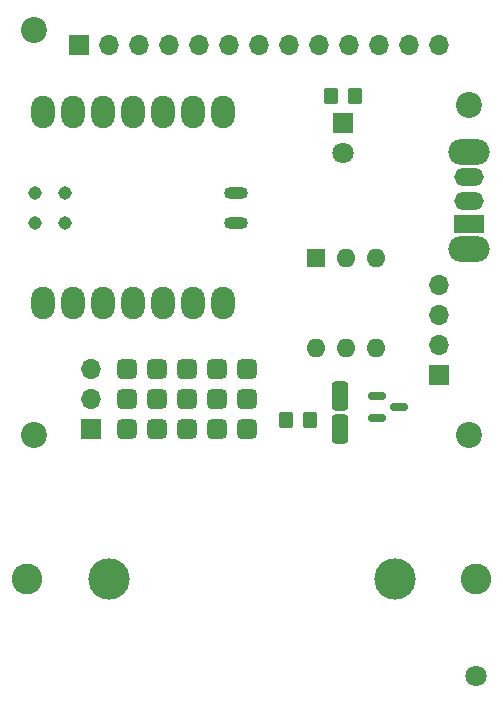
<source format=gbs>
G04 #@! TF.GenerationSoftware,KiCad,Pcbnew,8.0.1*
G04 #@! TF.CreationDate,2024-07-15T10:08:48+02:00*
G04 #@! TF.ProjectId,RGB 2x2 with WS2811,52474220-3278-4322-9077-697468205753,rev?*
G04 #@! TF.SameCoordinates,Original*
G04 #@! TF.FileFunction,Soldermask,Bot*
G04 #@! TF.FilePolarity,Negative*
%FSLAX46Y46*%
G04 Gerber Fmt 4.6, Leading zero omitted, Abs format (unit mm)*
G04 Created by KiCad (PCBNEW 8.0.1) date 2024-07-15 10:08:48*
%MOMM*%
%LPD*%
G01*
G04 APERTURE LIST*
G04 Aperture macros list*
%AMRoundRect*
0 Rectangle with rounded corners*
0 $1 Rounding radius*
0 $2 $3 $4 $5 $6 $7 $8 $9 X,Y pos of 4 corners*
0 Add a 4 corners polygon primitive as box body*
4,1,4,$2,$3,$4,$5,$6,$7,$8,$9,$2,$3,0*
0 Add four circle primitives for the rounded corners*
1,1,$1+$1,$2,$3*
1,1,$1+$1,$4,$5*
1,1,$1+$1,$6,$7*
1,1,$1+$1,$8,$9*
0 Add four rect primitives between the rounded corners*
20,1,$1+$1,$2,$3,$4,$5,0*
20,1,$1+$1,$4,$5,$6,$7,0*
20,1,$1+$1,$6,$7,$8,$9,0*
20,1,$1+$1,$8,$9,$2,$3,0*%
G04 Aperture macros list end*
%ADD10R,1.700000X1.700000*%
%ADD11O,1.700000X1.700000*%
%ADD12RoundRect,0.425000X0.425000X0.425000X-0.425000X0.425000X-0.425000X-0.425000X0.425000X-0.425000X0*%
%ADD13C,2.200000*%
%ADD14O,3.500000X2.200000*%
%ADD15O,2.500000X1.500000*%
%ADD16R,2.500000X1.500000*%
%ADD17C,1.800000*%
%ADD18C,3.500000*%
%ADD19C,2.600000*%
%ADD20RoundRect,0.150000X-0.587500X-0.150000X0.587500X-0.150000X0.587500X0.150000X-0.587500X0.150000X0*%
%ADD21O,1.998980X2.748280*%
%ADD22O,2.032000X1.016000*%
%ADD23C,1.143000*%
%ADD24RoundRect,0.250000X0.350000X0.450000X-0.350000X0.450000X-0.350000X-0.450000X0.350000X-0.450000X0*%
%ADD25R,1.600000X1.600000*%
%ADD26O,1.600000X1.600000*%
%ADD27RoundRect,0.304347X-0.395653X0.945653X-0.395653X-0.945653X0.395653X-0.945653X0.395653X0.945653X0*%
%ADD28R,1.800000X1.800000*%
G04 APERTURE END LIST*
D10*
G04 #@! TO.C,J1*
X154433269Y-67930489D03*
D11*
X154433269Y-65390489D03*
X154433269Y-62850490D03*
X154433269Y-60310489D03*
G04 #@! TD*
D12*
G04 #@! TO.C,REF\u002A\u002A*
X128017269Y-69962492D03*
G04 #@! TD*
G04 #@! TO.C,REF\u002A\u002A*
X128017269Y-67422491D03*
G04 #@! TD*
G04 #@! TO.C,REF\u002A\u002A*
X130557269Y-67422491D03*
G04 #@! TD*
G04 #@! TO.C,REF\u002A\u002A*
X138177268Y-67422491D03*
G04 #@! TD*
G04 #@! TO.C,REF\u002A\u002A*
X135637267Y-72502491D03*
G04 #@! TD*
G04 #@! TO.C,REF\u002A\u002A*
X133097268Y-67422491D03*
G04 #@! TD*
G04 #@! TO.C,REF\u002A\u002A*
X133097269Y-72502491D03*
G04 #@! TD*
G04 #@! TO.C,REF\u002A\u002A*
X130557268Y-72502491D03*
G04 #@! TD*
D13*
G04 #@! TO.C,REF\u002A\u002A*
X156973269Y-45070490D03*
G04 #@! TD*
D10*
G04 #@! TO.C,J2*
X123953269Y-39990490D03*
D11*
X126493269Y-39990490D03*
X129033268Y-39990490D03*
X131573269Y-39990490D03*
X134113269Y-39990490D03*
X136653269Y-39990490D03*
X139193269Y-39990490D03*
X141733270Y-39990490D03*
X144273269Y-39990490D03*
X146813269Y-39990490D03*
X149353269Y-39990490D03*
X151893268Y-39990490D03*
X154433269Y-39990490D03*
G04 #@! TD*
D12*
G04 #@! TO.C,REF\u002A\u002A*
X138177267Y-72502491D03*
G04 #@! TD*
D13*
G04 #@! TO.C,REF\u002A\u002A*
X156973268Y-73010490D03*
G04 #@! TD*
D12*
G04 #@! TO.C,REF\u002A\u002A*
X133097268Y-69962491D03*
G04 #@! TD*
G04 #@! TO.C,REF\u002A\u002A*
X130557269Y-69962491D03*
G04 #@! TD*
G04 #@! TO.C,REF\u002A\u002A*
X135637268Y-67422491D03*
G04 #@! TD*
G04 #@! TO.C,REF\u002A\u002A*
X138177268Y-69962491D03*
G04 #@! TD*
D14*
G04 #@! TO.C,SW1*
X157005268Y-57298491D03*
X157005268Y-49098492D03*
D15*
X157005268Y-51198491D03*
X157005268Y-53198490D03*
D16*
X157005268Y-55198491D03*
G04 #@! TD*
D12*
G04 #@! TO.C,REF\u002A\u002A*
X128017268Y-72502491D03*
G04 #@! TD*
G04 #@! TO.C,REF\u002A\u002A*
X135637268Y-69962491D03*
G04 #@! TD*
D13*
G04 #@! TO.C,REF\u002A\u002A*
X120143268Y-73010489D03*
G04 #@! TD*
G04 #@! TO.C,REF\u002A\u002A*
X120143268Y-38720490D03*
G04 #@! TD*
D17*
G04 #@! TO.C,3.7V*
X157593268Y-93402491D03*
D18*
X150693268Y-85202491D03*
X126493268Y-85202491D03*
D19*
X157593268Y-85202491D03*
X119593268Y-85202491D03*
G04 #@! TD*
D20*
G04 #@! TO.C,PMOS*
X149177768Y-71599492D03*
X149177768Y-69699492D03*
X151052769Y-70649492D03*
G04 #@! TD*
D21*
G04 #@! TO.C,U1*
X120905268Y-45669931D03*
X123445268Y-45669931D03*
X125985268Y-45669931D03*
X128525268Y-45669931D03*
X131065268Y-45669931D03*
X133605268Y-45669931D03*
X136145268Y-45669931D03*
X136145268Y-61834491D03*
X133605268Y-61834491D03*
X131065268Y-61834491D03*
X128525268Y-61834491D03*
X125985268Y-61834491D03*
X123445268Y-61834491D03*
X120905268Y-61834491D03*
D22*
X137223088Y-52536811D03*
X137223088Y-55086811D03*
D23*
X120218901Y-52535614D03*
X120218901Y-55075614D03*
X122758901Y-52535614D03*
X122758901Y-55075614D03*
G04 #@! TD*
D24*
G04 #@! TO.C,R11*
X147305268Y-44308491D03*
X145305268Y-44308491D03*
G04 #@! TD*
G04 #@! TO.C,R9*
X143495268Y-71740490D03*
X141495268Y-71740490D03*
G04 #@! TD*
D25*
G04 #@! TO.C,SW2*
X144019269Y-58024491D03*
D26*
X146559269Y-58024491D03*
X149099268Y-58024491D03*
X149099269Y-65644491D03*
X146559269Y-65644491D03*
X144019269Y-65644491D03*
G04 #@! TD*
D27*
G04 #@! TO.C,D2*
X146051268Y-69691492D03*
X146051268Y-72501492D03*
G04 #@! TD*
D28*
G04 #@! TO.C,D1*
X146305268Y-46589491D03*
D17*
X146305268Y-49129491D03*
G04 #@! TD*
D10*
G04 #@! TO.C,J5*
X124969268Y-72502491D03*
D11*
X124969268Y-69962491D03*
X124969268Y-67422492D03*
G04 #@! TD*
M02*

</source>
